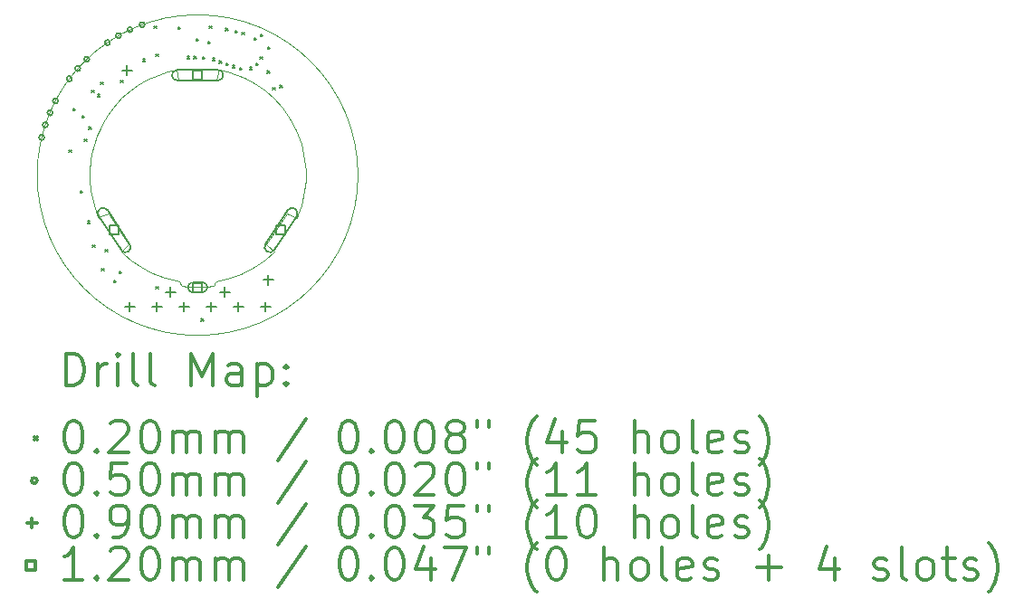
<source format=gbr>
%FSLAX45Y45*%
G04 Gerber Fmt 4.5, Leading zero omitted, Abs format (unit mm)*
G04 Created by KiCad (PCBNEW 0.201503110816+5502~22~ubuntu14.04.1-product) date ថ្ងៃ​អាទិត្យ ថ្ងៃ 29 ខែ មិនា ឆ្នាំ  2015, 13 ម៉ោង m នាទី 20 វិនាទី​*
%MOMM*%
G01*
G04 APERTURE LIST*
%ADD10C,0.127000*%
%ADD11C,0.050000*%
%ADD12C,0.200000*%
%ADD13C,0.300000*%
G04 APERTURE END LIST*
D10*
D11*
X9300000Y-10646000D02*
X9335000Y-10641000D01*
X9064000Y-10641000D02*
X9100000Y-10646000D01*
X9036000Y-10606000D02*
X9037000Y-10610000D01*
X9034000Y-10602000D02*
X9036000Y-10606000D01*
X9030000Y-10598000D02*
X9034000Y-10602000D01*
X9026000Y-10596000D02*
X9030000Y-10598000D01*
X9037000Y-10610000D02*
X9039000Y-10617000D01*
X9060000Y-10640000D02*
X9064000Y-10641000D01*
X9052000Y-10636000D02*
X9060000Y-10640000D01*
X9046000Y-10630000D02*
X9052000Y-10636000D01*
X9042000Y-10624000D02*
X9046000Y-10630000D01*
X9039000Y-10617000D02*
X9042000Y-10624000D01*
X9343000Y-10639000D02*
X9335000Y-10641000D01*
X9351000Y-10634000D02*
X9343000Y-10639000D01*
X9357000Y-10626000D02*
X9351000Y-10634000D01*
X9362000Y-10614000D02*
X9357000Y-10626000D01*
X9378000Y-8707000D02*
X9400000Y-8610000D01*
X9024000Y-8707000D02*
X9378000Y-8707000D01*
X9000000Y-8610000D02*
X9024000Y-8707000D01*
X8368000Y-9957000D02*
X8270000Y-9995000D01*
X8555000Y-10244000D02*
X8368000Y-9957000D01*
X8485000Y-10315000D02*
X8555000Y-10244000D01*
X10033000Y-9957000D02*
X10125000Y-10000000D01*
X9844000Y-10245000D02*
X10033000Y-9957000D01*
X9915000Y-10315000D02*
X9844000Y-10245000D01*
X9375000Y-10596000D02*
X9400000Y-10590000D01*
X9369000Y-10600000D02*
X9375000Y-10596000D01*
X9365000Y-10604000D02*
X9369000Y-10600000D01*
X9362000Y-10612000D02*
X9365000Y-10604000D01*
X9100000Y-10646000D02*
X9300000Y-10646000D01*
X9000000Y-10590000D02*
X9026000Y-10596000D01*
X9915000Y-10315000D02*
X9830000Y-10390000D01*
X10140000Y-9970000D02*
X10125000Y-10000000D01*
X8485000Y-10315000D02*
X8500000Y-10330000D01*
X8260000Y-9970000D02*
X8270000Y-9995000D01*
X9640000Y-8690000D02*
X9570000Y-8660000D01*
X9730000Y-8740000D02*
X9640000Y-8690000D01*
X9830000Y-8810000D02*
X9730000Y-8740000D01*
X9910000Y-8880000D02*
X9830000Y-8810000D01*
X9990000Y-8970000D02*
X9910000Y-8880000D01*
X10060000Y-9070000D02*
X9990000Y-8970000D01*
X10120000Y-9180000D02*
X10060000Y-9070000D01*
X10170000Y-9310000D02*
X10120000Y-9180000D01*
X10200000Y-9450000D02*
X10170000Y-9310000D01*
X10210000Y-9560000D02*
X10200000Y-9450000D01*
X10210000Y-9650000D02*
X10210000Y-9560000D01*
X10200000Y-9750000D02*
X10210000Y-9650000D01*
X10170000Y-9880000D02*
X10200000Y-9750000D01*
X10140000Y-9970000D02*
X10170000Y-9880000D01*
X9730000Y-10460000D02*
X9830000Y-10390000D01*
X9600000Y-10530000D02*
X9730000Y-10460000D01*
X9480000Y-10570000D02*
X9600000Y-10530000D01*
X9400000Y-10590000D02*
X9480000Y-10570000D01*
X8890000Y-10560000D02*
X9000000Y-10590000D01*
X8760000Y-10510000D02*
X8890000Y-10560000D01*
X8670000Y-10460000D02*
X8760000Y-10510000D01*
X8580000Y-10400000D02*
X8670000Y-10460000D01*
X8500000Y-10330000D02*
X8580000Y-10400000D01*
X8220000Y-9850000D02*
X8260000Y-9970000D01*
X8200000Y-9740000D02*
X8220000Y-9850000D01*
X8190000Y-9640000D02*
X8200000Y-9740000D01*
X8190000Y-9560000D02*
X8190000Y-9640000D01*
X8200000Y-9460000D02*
X8190000Y-9560000D01*
X8210000Y-9400000D02*
X8200000Y-9460000D01*
X8230000Y-9320000D02*
X8210000Y-9400000D01*
X8260000Y-9230000D02*
X8230000Y-9320000D01*
X8290000Y-9160000D02*
X8260000Y-9230000D01*
X8310000Y-9120000D02*
X8290000Y-9160000D01*
X8360000Y-9040000D02*
X8310000Y-9120000D01*
X8410000Y-8970000D02*
X8360000Y-9040000D01*
X8490000Y-8880000D02*
X8410000Y-8970000D01*
X8570000Y-8810000D02*
X8490000Y-8880000D01*
X8640000Y-8760000D02*
X8570000Y-8810000D01*
X8720000Y-8710000D02*
X8640000Y-8760000D01*
X8830000Y-8660000D02*
X8720000Y-8710000D01*
X8920000Y-8630000D02*
X8830000Y-8660000D01*
X9000000Y-8610000D02*
X8920000Y-8630000D01*
X9480000Y-8630000D02*
X9400000Y-8610000D01*
X9570000Y-8660000D02*
X9480000Y-8630000D01*
X10700000Y-9600000D02*
G75*
G03X10700000Y-9600000I-1500000J0D01*
G01*
D12*
X7999000Y-9363000D02*
X8019000Y-9383000D01*
X8019000Y-9363000D02*
X7999000Y-9383000D01*
X8034000Y-8977000D02*
X8054000Y-8997000D01*
X8054000Y-8977000D02*
X8034000Y-8997000D01*
X8103000Y-9748000D02*
X8123000Y-9768000D01*
X8123000Y-9748000D02*
X8103000Y-9768000D01*
X8119000Y-9043000D02*
X8139000Y-9063000D01*
X8139000Y-9043000D02*
X8119000Y-9063000D01*
X8141000Y-9263000D02*
X8161000Y-9283000D01*
X8161000Y-9263000D02*
X8141000Y-9283000D01*
X8174000Y-10029000D02*
X8194000Y-10049000D01*
X8194000Y-10029000D02*
X8174000Y-10049000D01*
X8186000Y-9150000D02*
X8206000Y-9170000D01*
X8206000Y-9150000D02*
X8186000Y-9170000D01*
X8211000Y-8809000D02*
X8231000Y-8829000D01*
X8231000Y-8809000D02*
X8211000Y-8829000D01*
X8217000Y-10253000D02*
X8237000Y-10273000D01*
X8237000Y-10253000D02*
X8217000Y-10273000D01*
X8266000Y-8844000D02*
X8286000Y-8864000D01*
X8286000Y-8844000D02*
X8266000Y-8864000D01*
X8295000Y-8729000D02*
X8315000Y-8749000D01*
X8315000Y-8729000D02*
X8295000Y-8749000D01*
X8303479Y-10472355D02*
X8323479Y-10492355D01*
X8323479Y-10472355D02*
X8303479Y-10492355D01*
X8337000Y-10295000D02*
X8357000Y-10315000D01*
X8357000Y-10295000D02*
X8337000Y-10315000D01*
X8415000Y-10587000D02*
X8435000Y-10607000D01*
X8435000Y-10587000D02*
X8415000Y-10607000D01*
X8468000Y-10500000D02*
X8488000Y-10520000D01*
X8488000Y-10500000D02*
X8468000Y-10520000D01*
X8482000Y-8711000D02*
X8502000Y-8731000D01*
X8502000Y-8711000D02*
X8482000Y-8731000D01*
X8688000Y-8515000D02*
X8708000Y-8535000D01*
X8708000Y-8515000D02*
X8688000Y-8535000D01*
X8793000Y-8205000D02*
X8813000Y-8225000D01*
X8813000Y-8205000D02*
X8793000Y-8225000D01*
X8812000Y-8470000D02*
X8832000Y-8490000D01*
X8832000Y-8470000D02*
X8812000Y-8490000D01*
X8812000Y-10646000D02*
X8832000Y-10666000D01*
X8832000Y-10646000D02*
X8812000Y-10666000D01*
X9021000Y-8213000D02*
X9041000Y-8233000D01*
X9041000Y-8213000D02*
X9021000Y-8233000D01*
X9101000Y-8490000D02*
X9121000Y-8510000D01*
X9121000Y-8490000D02*
X9101000Y-8510000D01*
X9167000Y-8490000D02*
X9187000Y-8510000D01*
X9187000Y-8490000D02*
X9167000Y-8510000D01*
X9189000Y-8326000D02*
X9209000Y-8346000D01*
X9209000Y-8326000D02*
X9189000Y-8346000D01*
X9234000Y-10945000D02*
X9254000Y-10965000D01*
X9254000Y-10945000D02*
X9234000Y-10965000D01*
X9245000Y-8492000D02*
X9265000Y-8512000D01*
X9265000Y-8492000D02*
X9245000Y-8512000D01*
X9296000Y-8349000D02*
X9316000Y-8369000D01*
X9316000Y-8349000D02*
X9296000Y-8369000D01*
X9311000Y-8205000D02*
X9331000Y-8225000D01*
X9331000Y-8205000D02*
X9311000Y-8225000D01*
X9340000Y-8505000D02*
X9360000Y-8525000D01*
X9360000Y-8505000D02*
X9340000Y-8525000D01*
X9403000Y-8532000D02*
X9423000Y-8552000D01*
X9423000Y-8532000D02*
X9403000Y-8552000D01*
X9464000Y-8226000D02*
X9484000Y-8246000D01*
X9484000Y-8226000D02*
X9464000Y-8246000D01*
X9465000Y-8553000D02*
X9485000Y-8573000D01*
X9485000Y-8553000D02*
X9465000Y-8573000D01*
X9528000Y-8573000D02*
X9548000Y-8593000D01*
X9548000Y-8573000D02*
X9528000Y-8593000D01*
X9553000Y-8246000D02*
X9573000Y-8266000D01*
X9573000Y-8246000D02*
X9553000Y-8266000D01*
X9592000Y-8597000D02*
X9612000Y-8617000D01*
X9612000Y-8597000D02*
X9592000Y-8617000D01*
X9616000Y-8263000D02*
X9636000Y-8283000D01*
X9636000Y-8263000D02*
X9616000Y-8283000D01*
X9687000Y-8592000D02*
X9707000Y-8612000D01*
X9707000Y-8592000D02*
X9687000Y-8612000D01*
X9731000Y-8317000D02*
X9751000Y-8337000D01*
X9751000Y-8317000D02*
X9731000Y-8337000D01*
X9747000Y-8550000D02*
X9767000Y-8570000D01*
X9767000Y-8550000D02*
X9747000Y-8570000D01*
X9784000Y-8494000D02*
X9804000Y-8514000D01*
X9804000Y-8494000D02*
X9784000Y-8514000D01*
X9789000Y-8280000D02*
X9809000Y-8300000D01*
X9809000Y-8280000D02*
X9789000Y-8300000D01*
X9853000Y-8624000D02*
X9873000Y-8644000D01*
X9873000Y-8624000D02*
X9853000Y-8644000D01*
X9856000Y-8398000D02*
X9876000Y-8418000D01*
X9876000Y-8398000D02*
X9856000Y-8418000D01*
X9902000Y-8783000D02*
X9922000Y-8803000D01*
X9922000Y-8783000D02*
X9902000Y-8803000D01*
X9971000Y-8760000D02*
X9991000Y-8780000D01*
X9991000Y-8760000D02*
X9971000Y-8780000D01*
X7767000Y-9247000D02*
G75*
G03X7767000Y-9247000I-25000J0D01*
G01*
X7801000Y-9130000D02*
G75*
G03X7801000Y-9130000I-25000J0D01*
G01*
X7845000Y-9017000D02*
G75*
G03X7845000Y-9017000I-25000J0D01*
G01*
X7896000Y-8906000D02*
G75*
G03X7896000Y-8906000I-25000J0D01*
G01*
X8026000Y-8698000D02*
G75*
G03X8026000Y-8698000I-25000J0D01*
G01*
X8103000Y-8603000D02*
G75*
G03X8103000Y-8603000I-25000J0D01*
G01*
X8188000Y-8516000D02*
G75*
G03X8188000Y-8516000I-25000J0D01*
G01*
X8382000Y-8360000D02*
G75*
G03X8382000Y-8360000I-25000J0D01*
G01*
X8485000Y-8295000D02*
G75*
G03X8485000Y-8295000I-25000J0D01*
G01*
X8593000Y-8239000D02*
G75*
G03X8593000Y-8239000I-25000J0D01*
G01*
X8706000Y-8193000D02*
G75*
G03X8706000Y-8193000I-25000J0D01*
G01*
X8540000Y-8575000D02*
X8540000Y-8665000D01*
X8495000Y-8620000D02*
X8585000Y-8620000D01*
X8565000Y-10787000D02*
X8565000Y-10877000D01*
X8520000Y-10832000D02*
X8610000Y-10832000D01*
X8819000Y-10787000D02*
X8819000Y-10877000D01*
X8774000Y-10832000D02*
X8864000Y-10832000D01*
X8946000Y-10647000D02*
X8946000Y-10737000D01*
X8901000Y-10692000D02*
X8991000Y-10692000D01*
X9073000Y-10787000D02*
X9073000Y-10877000D01*
X9028000Y-10832000D02*
X9118000Y-10832000D01*
X9327000Y-10787000D02*
X9327000Y-10877000D01*
X9282000Y-10832000D02*
X9372000Y-10832000D01*
X9455000Y-10647000D02*
X9455000Y-10737000D01*
X9410000Y-10692000D02*
X9500000Y-10692000D01*
X9582000Y-10787000D02*
X9582000Y-10877000D01*
X9537000Y-10832000D02*
X9627000Y-10832000D01*
X9835000Y-10787000D02*
X9835000Y-10877000D01*
X9790000Y-10832000D02*
X9880000Y-10832000D01*
X9860000Y-10535000D02*
X9860000Y-10625000D01*
X9815000Y-10580000D02*
X9905000Y-10580000D01*
X8462427Y-10157427D02*
X8462427Y-10072573D01*
X8377573Y-10072573D01*
X8377573Y-10157427D01*
X8462427Y-10157427D01*
X8566105Y-10246352D02*
X8357476Y-9928746D01*
X8482524Y-10301255D02*
X8273895Y-9983648D01*
X8357476Y-9928746D02*
G75*
G03X8273895Y-9983648I-41790J-27451D01*
G01*
X8482524Y-10301255D02*
G75*
G03X8566105Y-10246352I41790J27451D01*
G01*
X9242427Y-8707427D02*
X9242427Y-8622573D01*
X9157573Y-8622573D01*
X9157573Y-8707427D01*
X9242427Y-8707427D01*
X9010000Y-8715000D02*
X9390000Y-8715000D01*
X9010000Y-8615000D02*
X9390000Y-8615000D01*
X9390000Y-8715000D02*
G75*
G03X9390000Y-8615000I0J50000D01*
G01*
X9010000Y-8615000D02*
G75*
G03X9010000Y-8715000I0J-50000D01*
G01*
X9242427Y-10692427D02*
X9242427Y-10607573D01*
X9157573Y-10607573D01*
X9157573Y-10692427D01*
X9242427Y-10692427D01*
X9160000Y-10700000D02*
X9240000Y-10700000D01*
X9160000Y-10600000D02*
X9240000Y-10600000D01*
X9240000Y-10700000D02*
G75*
G03X9240000Y-10600000I0J50000D01*
G01*
X9160000Y-10600000D02*
G75*
G03X9160000Y-10700000I0J-50000D01*
G01*
X10022427Y-10157427D02*
X10022427Y-10072573D01*
X9937573Y-10072573D01*
X9937573Y-10157427D01*
X10022427Y-10157427D01*
X10042849Y-9928855D02*
X9833666Y-10246097D01*
X10126334Y-9983903D02*
X9917151Y-10301145D01*
X9833666Y-10246097D02*
G75*
G03X9917151Y-10301145I41742J-27524D01*
G01*
X10126334Y-9983903D02*
G75*
G03X10042849Y-9928855I-41742J27524D01*
G01*
D13*
X7968928Y-11568214D02*
X7968928Y-11268214D01*
X8040357Y-11268214D01*
X8083214Y-11282500D01*
X8111786Y-11311071D01*
X8126071Y-11339643D01*
X8140357Y-11396786D01*
X8140357Y-11439643D01*
X8126071Y-11496786D01*
X8111786Y-11525357D01*
X8083214Y-11553929D01*
X8040357Y-11568214D01*
X7968928Y-11568214D01*
X8268928Y-11568214D02*
X8268928Y-11368214D01*
X8268928Y-11425357D02*
X8283214Y-11396786D01*
X8297500Y-11382500D01*
X8326071Y-11368214D01*
X8354643Y-11368214D01*
X8454643Y-11568214D02*
X8454643Y-11368214D01*
X8454643Y-11268214D02*
X8440357Y-11282500D01*
X8454643Y-11296786D01*
X8468929Y-11282500D01*
X8454643Y-11268214D01*
X8454643Y-11296786D01*
X8640357Y-11568214D02*
X8611786Y-11553929D01*
X8597500Y-11525357D01*
X8597500Y-11268214D01*
X8797500Y-11568214D02*
X8768929Y-11553929D01*
X8754643Y-11525357D01*
X8754643Y-11268214D01*
X9140357Y-11568214D02*
X9140357Y-11268214D01*
X9240357Y-11482500D01*
X9340357Y-11268214D01*
X9340357Y-11568214D01*
X9611786Y-11568214D02*
X9611786Y-11411071D01*
X9597500Y-11382500D01*
X9568929Y-11368214D01*
X9511786Y-11368214D01*
X9483214Y-11382500D01*
X9611786Y-11553929D02*
X9583214Y-11568214D01*
X9511786Y-11568214D01*
X9483214Y-11553929D01*
X9468929Y-11525357D01*
X9468929Y-11496786D01*
X9483214Y-11468214D01*
X9511786Y-11453929D01*
X9583214Y-11453929D01*
X9611786Y-11439643D01*
X9754643Y-11368214D02*
X9754643Y-11668214D01*
X9754643Y-11382500D02*
X9783214Y-11368214D01*
X9840357Y-11368214D01*
X9868929Y-11382500D01*
X9883214Y-11396786D01*
X9897500Y-11425357D01*
X9897500Y-11511071D01*
X9883214Y-11539643D01*
X9868929Y-11553929D01*
X9840357Y-11568214D01*
X9783214Y-11568214D01*
X9754643Y-11553929D01*
X10026071Y-11539643D02*
X10040357Y-11553929D01*
X10026071Y-11568214D01*
X10011786Y-11553929D01*
X10026071Y-11539643D01*
X10026071Y-11568214D01*
X10026071Y-11382500D02*
X10040357Y-11396786D01*
X10026071Y-11411071D01*
X10011786Y-11396786D01*
X10026071Y-11382500D01*
X10026071Y-11411071D01*
X7677500Y-12052500D02*
X7697500Y-12072500D01*
X7697500Y-12052500D02*
X7677500Y-12072500D01*
X8026071Y-11898214D02*
X8054643Y-11898214D01*
X8083214Y-11912500D01*
X8097500Y-11926786D01*
X8111786Y-11955357D01*
X8126071Y-12012500D01*
X8126071Y-12083929D01*
X8111786Y-12141071D01*
X8097500Y-12169643D01*
X8083214Y-12183929D01*
X8054643Y-12198214D01*
X8026071Y-12198214D01*
X7997500Y-12183929D01*
X7983214Y-12169643D01*
X7968928Y-12141071D01*
X7954643Y-12083929D01*
X7954643Y-12012500D01*
X7968928Y-11955357D01*
X7983214Y-11926786D01*
X7997500Y-11912500D01*
X8026071Y-11898214D01*
X8254643Y-12169643D02*
X8268928Y-12183929D01*
X8254643Y-12198214D01*
X8240357Y-12183929D01*
X8254643Y-12169643D01*
X8254643Y-12198214D01*
X8383214Y-11926786D02*
X8397500Y-11912500D01*
X8426071Y-11898214D01*
X8497500Y-11898214D01*
X8526071Y-11912500D01*
X8540357Y-11926786D01*
X8554643Y-11955357D01*
X8554643Y-11983929D01*
X8540357Y-12026786D01*
X8368928Y-12198214D01*
X8554643Y-12198214D01*
X8740357Y-11898214D02*
X8768929Y-11898214D01*
X8797500Y-11912500D01*
X8811786Y-11926786D01*
X8826071Y-11955357D01*
X8840357Y-12012500D01*
X8840357Y-12083929D01*
X8826071Y-12141071D01*
X8811786Y-12169643D01*
X8797500Y-12183929D01*
X8768929Y-12198214D01*
X8740357Y-12198214D01*
X8711786Y-12183929D01*
X8697500Y-12169643D01*
X8683214Y-12141071D01*
X8668929Y-12083929D01*
X8668929Y-12012500D01*
X8683214Y-11955357D01*
X8697500Y-11926786D01*
X8711786Y-11912500D01*
X8740357Y-11898214D01*
X8968929Y-12198214D02*
X8968929Y-11998214D01*
X8968929Y-12026786D02*
X8983214Y-12012500D01*
X9011786Y-11998214D01*
X9054643Y-11998214D01*
X9083214Y-12012500D01*
X9097500Y-12041071D01*
X9097500Y-12198214D01*
X9097500Y-12041071D02*
X9111786Y-12012500D01*
X9140357Y-11998214D01*
X9183214Y-11998214D01*
X9211786Y-12012500D01*
X9226071Y-12041071D01*
X9226071Y-12198214D01*
X9368929Y-12198214D02*
X9368929Y-11998214D01*
X9368929Y-12026786D02*
X9383214Y-12012500D01*
X9411786Y-11998214D01*
X9454643Y-11998214D01*
X9483214Y-12012500D01*
X9497500Y-12041071D01*
X9497500Y-12198214D01*
X9497500Y-12041071D02*
X9511786Y-12012500D01*
X9540357Y-11998214D01*
X9583214Y-11998214D01*
X9611786Y-12012500D01*
X9626071Y-12041071D01*
X9626071Y-12198214D01*
X10211786Y-11883929D02*
X9954643Y-12269643D01*
X10597500Y-11898214D02*
X10626071Y-11898214D01*
X10654643Y-11912500D01*
X10668928Y-11926786D01*
X10683214Y-11955357D01*
X10697500Y-12012500D01*
X10697500Y-12083929D01*
X10683214Y-12141071D01*
X10668928Y-12169643D01*
X10654643Y-12183929D01*
X10626071Y-12198214D01*
X10597500Y-12198214D01*
X10568928Y-12183929D01*
X10554643Y-12169643D01*
X10540357Y-12141071D01*
X10526071Y-12083929D01*
X10526071Y-12012500D01*
X10540357Y-11955357D01*
X10554643Y-11926786D01*
X10568928Y-11912500D01*
X10597500Y-11898214D01*
X10826071Y-12169643D02*
X10840357Y-12183929D01*
X10826071Y-12198214D01*
X10811786Y-12183929D01*
X10826071Y-12169643D01*
X10826071Y-12198214D01*
X11026071Y-11898214D02*
X11054643Y-11898214D01*
X11083214Y-11912500D01*
X11097500Y-11926786D01*
X11111786Y-11955357D01*
X11126071Y-12012500D01*
X11126071Y-12083929D01*
X11111786Y-12141071D01*
X11097500Y-12169643D01*
X11083214Y-12183929D01*
X11054643Y-12198214D01*
X11026071Y-12198214D01*
X10997500Y-12183929D01*
X10983214Y-12169643D01*
X10968928Y-12141071D01*
X10954643Y-12083929D01*
X10954643Y-12012500D01*
X10968928Y-11955357D01*
X10983214Y-11926786D01*
X10997500Y-11912500D01*
X11026071Y-11898214D01*
X11311785Y-11898214D02*
X11340357Y-11898214D01*
X11368928Y-11912500D01*
X11383214Y-11926786D01*
X11397500Y-11955357D01*
X11411785Y-12012500D01*
X11411785Y-12083929D01*
X11397500Y-12141071D01*
X11383214Y-12169643D01*
X11368928Y-12183929D01*
X11340357Y-12198214D01*
X11311785Y-12198214D01*
X11283214Y-12183929D01*
X11268928Y-12169643D01*
X11254643Y-12141071D01*
X11240357Y-12083929D01*
X11240357Y-12012500D01*
X11254643Y-11955357D01*
X11268928Y-11926786D01*
X11283214Y-11912500D01*
X11311785Y-11898214D01*
X11583214Y-12026786D02*
X11554643Y-12012500D01*
X11540357Y-11998214D01*
X11526071Y-11969643D01*
X11526071Y-11955357D01*
X11540357Y-11926786D01*
X11554643Y-11912500D01*
X11583214Y-11898214D01*
X11640357Y-11898214D01*
X11668928Y-11912500D01*
X11683214Y-11926786D01*
X11697500Y-11955357D01*
X11697500Y-11969643D01*
X11683214Y-11998214D01*
X11668928Y-12012500D01*
X11640357Y-12026786D01*
X11583214Y-12026786D01*
X11554643Y-12041071D01*
X11540357Y-12055357D01*
X11526071Y-12083929D01*
X11526071Y-12141071D01*
X11540357Y-12169643D01*
X11554643Y-12183929D01*
X11583214Y-12198214D01*
X11640357Y-12198214D01*
X11668928Y-12183929D01*
X11683214Y-12169643D01*
X11697500Y-12141071D01*
X11697500Y-12083929D01*
X11683214Y-12055357D01*
X11668928Y-12041071D01*
X11640357Y-12026786D01*
X11811786Y-11898214D02*
X11811786Y-11955357D01*
X11926071Y-11898214D02*
X11926071Y-11955357D01*
X12368928Y-12312500D02*
X12354643Y-12298214D01*
X12326071Y-12255357D01*
X12311785Y-12226786D01*
X12297500Y-12183929D01*
X12283214Y-12112500D01*
X12283214Y-12055357D01*
X12297500Y-11983929D01*
X12311785Y-11941071D01*
X12326071Y-11912500D01*
X12354643Y-11869643D01*
X12368928Y-11855357D01*
X12611785Y-11998214D02*
X12611785Y-12198214D01*
X12540357Y-11883929D02*
X12468928Y-12098214D01*
X12654643Y-12098214D01*
X12911785Y-11898214D02*
X12768928Y-11898214D01*
X12754643Y-12041071D01*
X12768928Y-12026786D01*
X12797500Y-12012500D01*
X12868928Y-12012500D01*
X12897500Y-12026786D01*
X12911785Y-12041071D01*
X12926071Y-12069643D01*
X12926071Y-12141071D01*
X12911785Y-12169643D01*
X12897500Y-12183929D01*
X12868928Y-12198214D01*
X12797500Y-12198214D01*
X12768928Y-12183929D01*
X12754643Y-12169643D01*
X13283214Y-12198214D02*
X13283214Y-11898214D01*
X13411785Y-12198214D02*
X13411785Y-12041071D01*
X13397500Y-12012500D01*
X13368928Y-11998214D01*
X13326071Y-11998214D01*
X13297500Y-12012500D01*
X13283214Y-12026786D01*
X13597500Y-12198214D02*
X13568928Y-12183929D01*
X13554643Y-12169643D01*
X13540357Y-12141071D01*
X13540357Y-12055357D01*
X13554643Y-12026786D01*
X13568928Y-12012500D01*
X13597500Y-11998214D01*
X13640357Y-11998214D01*
X13668928Y-12012500D01*
X13683214Y-12026786D01*
X13697500Y-12055357D01*
X13697500Y-12141071D01*
X13683214Y-12169643D01*
X13668928Y-12183929D01*
X13640357Y-12198214D01*
X13597500Y-12198214D01*
X13868928Y-12198214D02*
X13840357Y-12183929D01*
X13826071Y-12155357D01*
X13826071Y-11898214D01*
X14097500Y-12183929D02*
X14068928Y-12198214D01*
X14011786Y-12198214D01*
X13983214Y-12183929D01*
X13968928Y-12155357D01*
X13968928Y-12041071D01*
X13983214Y-12012500D01*
X14011786Y-11998214D01*
X14068928Y-11998214D01*
X14097500Y-12012500D01*
X14111786Y-12041071D01*
X14111786Y-12069643D01*
X13968928Y-12098214D01*
X14226071Y-12183929D02*
X14254643Y-12198214D01*
X14311786Y-12198214D01*
X14340357Y-12183929D01*
X14354643Y-12155357D01*
X14354643Y-12141071D01*
X14340357Y-12112500D01*
X14311786Y-12098214D01*
X14268928Y-12098214D01*
X14240357Y-12083929D01*
X14226071Y-12055357D01*
X14226071Y-12041071D01*
X14240357Y-12012500D01*
X14268928Y-11998214D01*
X14311786Y-11998214D01*
X14340357Y-12012500D01*
X14454643Y-12312500D02*
X14468928Y-12298214D01*
X14497500Y-12255357D01*
X14511786Y-12226786D01*
X14526071Y-12183929D01*
X14540357Y-12112500D01*
X14540357Y-12055357D01*
X14526071Y-11983929D01*
X14511786Y-11941071D01*
X14497500Y-11912500D01*
X14468928Y-11869643D01*
X14454643Y-11855357D01*
X7697500Y-12458500D02*
G75*
G03X7697500Y-12458500I-25000J0D01*
G01*
X8026071Y-12294214D02*
X8054643Y-12294214D01*
X8083214Y-12308500D01*
X8097500Y-12322786D01*
X8111786Y-12351357D01*
X8126071Y-12408500D01*
X8126071Y-12479929D01*
X8111786Y-12537071D01*
X8097500Y-12565643D01*
X8083214Y-12579929D01*
X8054643Y-12594214D01*
X8026071Y-12594214D01*
X7997500Y-12579929D01*
X7983214Y-12565643D01*
X7968928Y-12537071D01*
X7954643Y-12479929D01*
X7954643Y-12408500D01*
X7968928Y-12351357D01*
X7983214Y-12322786D01*
X7997500Y-12308500D01*
X8026071Y-12294214D01*
X8254643Y-12565643D02*
X8268928Y-12579929D01*
X8254643Y-12594214D01*
X8240357Y-12579929D01*
X8254643Y-12565643D01*
X8254643Y-12594214D01*
X8540357Y-12294214D02*
X8397500Y-12294214D01*
X8383214Y-12437071D01*
X8397500Y-12422786D01*
X8426071Y-12408500D01*
X8497500Y-12408500D01*
X8526071Y-12422786D01*
X8540357Y-12437071D01*
X8554643Y-12465643D01*
X8554643Y-12537071D01*
X8540357Y-12565643D01*
X8526071Y-12579929D01*
X8497500Y-12594214D01*
X8426071Y-12594214D01*
X8397500Y-12579929D01*
X8383214Y-12565643D01*
X8740357Y-12294214D02*
X8768929Y-12294214D01*
X8797500Y-12308500D01*
X8811786Y-12322786D01*
X8826071Y-12351357D01*
X8840357Y-12408500D01*
X8840357Y-12479929D01*
X8826071Y-12537071D01*
X8811786Y-12565643D01*
X8797500Y-12579929D01*
X8768929Y-12594214D01*
X8740357Y-12594214D01*
X8711786Y-12579929D01*
X8697500Y-12565643D01*
X8683214Y-12537071D01*
X8668929Y-12479929D01*
X8668929Y-12408500D01*
X8683214Y-12351357D01*
X8697500Y-12322786D01*
X8711786Y-12308500D01*
X8740357Y-12294214D01*
X8968929Y-12594214D02*
X8968929Y-12394214D01*
X8968929Y-12422786D02*
X8983214Y-12408500D01*
X9011786Y-12394214D01*
X9054643Y-12394214D01*
X9083214Y-12408500D01*
X9097500Y-12437071D01*
X9097500Y-12594214D01*
X9097500Y-12437071D02*
X9111786Y-12408500D01*
X9140357Y-12394214D01*
X9183214Y-12394214D01*
X9211786Y-12408500D01*
X9226071Y-12437071D01*
X9226071Y-12594214D01*
X9368929Y-12594214D02*
X9368929Y-12394214D01*
X9368929Y-12422786D02*
X9383214Y-12408500D01*
X9411786Y-12394214D01*
X9454643Y-12394214D01*
X9483214Y-12408500D01*
X9497500Y-12437071D01*
X9497500Y-12594214D01*
X9497500Y-12437071D02*
X9511786Y-12408500D01*
X9540357Y-12394214D01*
X9583214Y-12394214D01*
X9611786Y-12408500D01*
X9626071Y-12437071D01*
X9626071Y-12594214D01*
X10211786Y-12279929D02*
X9954643Y-12665643D01*
X10597500Y-12294214D02*
X10626071Y-12294214D01*
X10654643Y-12308500D01*
X10668928Y-12322786D01*
X10683214Y-12351357D01*
X10697500Y-12408500D01*
X10697500Y-12479929D01*
X10683214Y-12537071D01*
X10668928Y-12565643D01*
X10654643Y-12579929D01*
X10626071Y-12594214D01*
X10597500Y-12594214D01*
X10568928Y-12579929D01*
X10554643Y-12565643D01*
X10540357Y-12537071D01*
X10526071Y-12479929D01*
X10526071Y-12408500D01*
X10540357Y-12351357D01*
X10554643Y-12322786D01*
X10568928Y-12308500D01*
X10597500Y-12294214D01*
X10826071Y-12565643D02*
X10840357Y-12579929D01*
X10826071Y-12594214D01*
X10811786Y-12579929D01*
X10826071Y-12565643D01*
X10826071Y-12594214D01*
X11026071Y-12294214D02*
X11054643Y-12294214D01*
X11083214Y-12308500D01*
X11097500Y-12322786D01*
X11111786Y-12351357D01*
X11126071Y-12408500D01*
X11126071Y-12479929D01*
X11111786Y-12537071D01*
X11097500Y-12565643D01*
X11083214Y-12579929D01*
X11054643Y-12594214D01*
X11026071Y-12594214D01*
X10997500Y-12579929D01*
X10983214Y-12565643D01*
X10968928Y-12537071D01*
X10954643Y-12479929D01*
X10954643Y-12408500D01*
X10968928Y-12351357D01*
X10983214Y-12322786D01*
X10997500Y-12308500D01*
X11026071Y-12294214D01*
X11240357Y-12322786D02*
X11254643Y-12308500D01*
X11283214Y-12294214D01*
X11354643Y-12294214D01*
X11383214Y-12308500D01*
X11397500Y-12322786D01*
X11411785Y-12351357D01*
X11411785Y-12379929D01*
X11397500Y-12422786D01*
X11226071Y-12594214D01*
X11411785Y-12594214D01*
X11597500Y-12294214D02*
X11626071Y-12294214D01*
X11654643Y-12308500D01*
X11668928Y-12322786D01*
X11683214Y-12351357D01*
X11697500Y-12408500D01*
X11697500Y-12479929D01*
X11683214Y-12537071D01*
X11668928Y-12565643D01*
X11654643Y-12579929D01*
X11626071Y-12594214D01*
X11597500Y-12594214D01*
X11568928Y-12579929D01*
X11554643Y-12565643D01*
X11540357Y-12537071D01*
X11526071Y-12479929D01*
X11526071Y-12408500D01*
X11540357Y-12351357D01*
X11554643Y-12322786D01*
X11568928Y-12308500D01*
X11597500Y-12294214D01*
X11811786Y-12294214D02*
X11811786Y-12351357D01*
X11926071Y-12294214D02*
X11926071Y-12351357D01*
X12368928Y-12708500D02*
X12354643Y-12694214D01*
X12326071Y-12651357D01*
X12311785Y-12622786D01*
X12297500Y-12579929D01*
X12283214Y-12508500D01*
X12283214Y-12451357D01*
X12297500Y-12379929D01*
X12311785Y-12337071D01*
X12326071Y-12308500D01*
X12354643Y-12265643D01*
X12368928Y-12251357D01*
X12640357Y-12594214D02*
X12468928Y-12594214D01*
X12554643Y-12594214D02*
X12554643Y-12294214D01*
X12526071Y-12337071D01*
X12497500Y-12365643D01*
X12468928Y-12379929D01*
X12926071Y-12594214D02*
X12754643Y-12594214D01*
X12840357Y-12594214D02*
X12840357Y-12294214D01*
X12811785Y-12337071D01*
X12783214Y-12365643D01*
X12754643Y-12379929D01*
X13283214Y-12594214D02*
X13283214Y-12294214D01*
X13411785Y-12594214D02*
X13411785Y-12437071D01*
X13397500Y-12408500D01*
X13368928Y-12394214D01*
X13326071Y-12394214D01*
X13297500Y-12408500D01*
X13283214Y-12422786D01*
X13597500Y-12594214D02*
X13568928Y-12579929D01*
X13554643Y-12565643D01*
X13540357Y-12537071D01*
X13540357Y-12451357D01*
X13554643Y-12422786D01*
X13568928Y-12408500D01*
X13597500Y-12394214D01*
X13640357Y-12394214D01*
X13668928Y-12408500D01*
X13683214Y-12422786D01*
X13697500Y-12451357D01*
X13697500Y-12537071D01*
X13683214Y-12565643D01*
X13668928Y-12579929D01*
X13640357Y-12594214D01*
X13597500Y-12594214D01*
X13868928Y-12594214D02*
X13840357Y-12579929D01*
X13826071Y-12551357D01*
X13826071Y-12294214D01*
X14097500Y-12579929D02*
X14068928Y-12594214D01*
X14011786Y-12594214D01*
X13983214Y-12579929D01*
X13968928Y-12551357D01*
X13968928Y-12437071D01*
X13983214Y-12408500D01*
X14011786Y-12394214D01*
X14068928Y-12394214D01*
X14097500Y-12408500D01*
X14111786Y-12437071D01*
X14111786Y-12465643D01*
X13968928Y-12494214D01*
X14226071Y-12579929D02*
X14254643Y-12594214D01*
X14311786Y-12594214D01*
X14340357Y-12579929D01*
X14354643Y-12551357D01*
X14354643Y-12537071D01*
X14340357Y-12508500D01*
X14311786Y-12494214D01*
X14268928Y-12494214D01*
X14240357Y-12479929D01*
X14226071Y-12451357D01*
X14226071Y-12437071D01*
X14240357Y-12408500D01*
X14268928Y-12394214D01*
X14311786Y-12394214D01*
X14340357Y-12408500D01*
X14454643Y-12708500D02*
X14468928Y-12694214D01*
X14497500Y-12651357D01*
X14511786Y-12622786D01*
X14526071Y-12579929D01*
X14540357Y-12508500D01*
X14540357Y-12451357D01*
X14526071Y-12379929D01*
X14511786Y-12337071D01*
X14497500Y-12308500D01*
X14468928Y-12265643D01*
X14454643Y-12251357D01*
X7652500Y-12809500D02*
X7652500Y-12899500D01*
X7607500Y-12854500D02*
X7697500Y-12854500D01*
X8026071Y-12690214D02*
X8054643Y-12690214D01*
X8083214Y-12704500D01*
X8097500Y-12718786D01*
X8111786Y-12747357D01*
X8126071Y-12804500D01*
X8126071Y-12875929D01*
X8111786Y-12933071D01*
X8097500Y-12961643D01*
X8083214Y-12975929D01*
X8054643Y-12990214D01*
X8026071Y-12990214D01*
X7997500Y-12975929D01*
X7983214Y-12961643D01*
X7968928Y-12933071D01*
X7954643Y-12875929D01*
X7954643Y-12804500D01*
X7968928Y-12747357D01*
X7983214Y-12718786D01*
X7997500Y-12704500D01*
X8026071Y-12690214D01*
X8254643Y-12961643D02*
X8268928Y-12975929D01*
X8254643Y-12990214D01*
X8240357Y-12975929D01*
X8254643Y-12961643D01*
X8254643Y-12990214D01*
X8411786Y-12990214D02*
X8468928Y-12990214D01*
X8497500Y-12975929D01*
X8511786Y-12961643D01*
X8540357Y-12918786D01*
X8554643Y-12861643D01*
X8554643Y-12747357D01*
X8540357Y-12718786D01*
X8526071Y-12704500D01*
X8497500Y-12690214D01*
X8440357Y-12690214D01*
X8411786Y-12704500D01*
X8397500Y-12718786D01*
X8383214Y-12747357D01*
X8383214Y-12818786D01*
X8397500Y-12847357D01*
X8411786Y-12861643D01*
X8440357Y-12875929D01*
X8497500Y-12875929D01*
X8526071Y-12861643D01*
X8540357Y-12847357D01*
X8554643Y-12818786D01*
X8740357Y-12690214D02*
X8768929Y-12690214D01*
X8797500Y-12704500D01*
X8811786Y-12718786D01*
X8826071Y-12747357D01*
X8840357Y-12804500D01*
X8840357Y-12875929D01*
X8826071Y-12933071D01*
X8811786Y-12961643D01*
X8797500Y-12975929D01*
X8768929Y-12990214D01*
X8740357Y-12990214D01*
X8711786Y-12975929D01*
X8697500Y-12961643D01*
X8683214Y-12933071D01*
X8668929Y-12875929D01*
X8668929Y-12804500D01*
X8683214Y-12747357D01*
X8697500Y-12718786D01*
X8711786Y-12704500D01*
X8740357Y-12690214D01*
X8968929Y-12990214D02*
X8968929Y-12790214D01*
X8968929Y-12818786D02*
X8983214Y-12804500D01*
X9011786Y-12790214D01*
X9054643Y-12790214D01*
X9083214Y-12804500D01*
X9097500Y-12833071D01*
X9097500Y-12990214D01*
X9097500Y-12833071D02*
X9111786Y-12804500D01*
X9140357Y-12790214D01*
X9183214Y-12790214D01*
X9211786Y-12804500D01*
X9226071Y-12833071D01*
X9226071Y-12990214D01*
X9368929Y-12990214D02*
X9368929Y-12790214D01*
X9368929Y-12818786D02*
X9383214Y-12804500D01*
X9411786Y-12790214D01*
X9454643Y-12790214D01*
X9483214Y-12804500D01*
X9497500Y-12833071D01*
X9497500Y-12990214D01*
X9497500Y-12833071D02*
X9511786Y-12804500D01*
X9540357Y-12790214D01*
X9583214Y-12790214D01*
X9611786Y-12804500D01*
X9626071Y-12833071D01*
X9626071Y-12990214D01*
X10211786Y-12675929D02*
X9954643Y-13061643D01*
X10597500Y-12690214D02*
X10626071Y-12690214D01*
X10654643Y-12704500D01*
X10668928Y-12718786D01*
X10683214Y-12747357D01*
X10697500Y-12804500D01*
X10697500Y-12875929D01*
X10683214Y-12933071D01*
X10668928Y-12961643D01*
X10654643Y-12975929D01*
X10626071Y-12990214D01*
X10597500Y-12990214D01*
X10568928Y-12975929D01*
X10554643Y-12961643D01*
X10540357Y-12933071D01*
X10526071Y-12875929D01*
X10526071Y-12804500D01*
X10540357Y-12747357D01*
X10554643Y-12718786D01*
X10568928Y-12704500D01*
X10597500Y-12690214D01*
X10826071Y-12961643D02*
X10840357Y-12975929D01*
X10826071Y-12990214D01*
X10811786Y-12975929D01*
X10826071Y-12961643D01*
X10826071Y-12990214D01*
X11026071Y-12690214D02*
X11054643Y-12690214D01*
X11083214Y-12704500D01*
X11097500Y-12718786D01*
X11111786Y-12747357D01*
X11126071Y-12804500D01*
X11126071Y-12875929D01*
X11111786Y-12933071D01*
X11097500Y-12961643D01*
X11083214Y-12975929D01*
X11054643Y-12990214D01*
X11026071Y-12990214D01*
X10997500Y-12975929D01*
X10983214Y-12961643D01*
X10968928Y-12933071D01*
X10954643Y-12875929D01*
X10954643Y-12804500D01*
X10968928Y-12747357D01*
X10983214Y-12718786D01*
X10997500Y-12704500D01*
X11026071Y-12690214D01*
X11226071Y-12690214D02*
X11411785Y-12690214D01*
X11311785Y-12804500D01*
X11354643Y-12804500D01*
X11383214Y-12818786D01*
X11397500Y-12833071D01*
X11411785Y-12861643D01*
X11411785Y-12933071D01*
X11397500Y-12961643D01*
X11383214Y-12975929D01*
X11354643Y-12990214D01*
X11268928Y-12990214D01*
X11240357Y-12975929D01*
X11226071Y-12961643D01*
X11683214Y-12690214D02*
X11540357Y-12690214D01*
X11526071Y-12833071D01*
X11540357Y-12818786D01*
X11568928Y-12804500D01*
X11640357Y-12804500D01*
X11668928Y-12818786D01*
X11683214Y-12833071D01*
X11697500Y-12861643D01*
X11697500Y-12933071D01*
X11683214Y-12961643D01*
X11668928Y-12975929D01*
X11640357Y-12990214D01*
X11568928Y-12990214D01*
X11540357Y-12975929D01*
X11526071Y-12961643D01*
X11811786Y-12690214D02*
X11811786Y-12747357D01*
X11926071Y-12690214D02*
X11926071Y-12747357D01*
X12368928Y-13104500D02*
X12354643Y-13090214D01*
X12326071Y-13047357D01*
X12311785Y-13018786D01*
X12297500Y-12975929D01*
X12283214Y-12904500D01*
X12283214Y-12847357D01*
X12297500Y-12775929D01*
X12311785Y-12733071D01*
X12326071Y-12704500D01*
X12354643Y-12661643D01*
X12368928Y-12647357D01*
X12640357Y-12990214D02*
X12468928Y-12990214D01*
X12554643Y-12990214D02*
X12554643Y-12690214D01*
X12526071Y-12733071D01*
X12497500Y-12761643D01*
X12468928Y-12775929D01*
X12826071Y-12690214D02*
X12854643Y-12690214D01*
X12883214Y-12704500D01*
X12897500Y-12718786D01*
X12911785Y-12747357D01*
X12926071Y-12804500D01*
X12926071Y-12875929D01*
X12911785Y-12933071D01*
X12897500Y-12961643D01*
X12883214Y-12975929D01*
X12854643Y-12990214D01*
X12826071Y-12990214D01*
X12797500Y-12975929D01*
X12783214Y-12961643D01*
X12768928Y-12933071D01*
X12754643Y-12875929D01*
X12754643Y-12804500D01*
X12768928Y-12747357D01*
X12783214Y-12718786D01*
X12797500Y-12704500D01*
X12826071Y-12690214D01*
X13283214Y-12990214D02*
X13283214Y-12690214D01*
X13411785Y-12990214D02*
X13411785Y-12833071D01*
X13397500Y-12804500D01*
X13368928Y-12790214D01*
X13326071Y-12790214D01*
X13297500Y-12804500D01*
X13283214Y-12818786D01*
X13597500Y-12990214D02*
X13568928Y-12975929D01*
X13554643Y-12961643D01*
X13540357Y-12933071D01*
X13540357Y-12847357D01*
X13554643Y-12818786D01*
X13568928Y-12804500D01*
X13597500Y-12790214D01*
X13640357Y-12790214D01*
X13668928Y-12804500D01*
X13683214Y-12818786D01*
X13697500Y-12847357D01*
X13697500Y-12933071D01*
X13683214Y-12961643D01*
X13668928Y-12975929D01*
X13640357Y-12990214D01*
X13597500Y-12990214D01*
X13868928Y-12990214D02*
X13840357Y-12975929D01*
X13826071Y-12947357D01*
X13826071Y-12690214D01*
X14097500Y-12975929D02*
X14068928Y-12990214D01*
X14011786Y-12990214D01*
X13983214Y-12975929D01*
X13968928Y-12947357D01*
X13968928Y-12833071D01*
X13983214Y-12804500D01*
X14011786Y-12790214D01*
X14068928Y-12790214D01*
X14097500Y-12804500D01*
X14111786Y-12833071D01*
X14111786Y-12861643D01*
X13968928Y-12890214D01*
X14226071Y-12975929D02*
X14254643Y-12990214D01*
X14311786Y-12990214D01*
X14340357Y-12975929D01*
X14354643Y-12947357D01*
X14354643Y-12933071D01*
X14340357Y-12904500D01*
X14311786Y-12890214D01*
X14268928Y-12890214D01*
X14240357Y-12875929D01*
X14226071Y-12847357D01*
X14226071Y-12833071D01*
X14240357Y-12804500D01*
X14268928Y-12790214D01*
X14311786Y-12790214D01*
X14340357Y-12804500D01*
X14454643Y-13104500D02*
X14468928Y-13090214D01*
X14497500Y-13047357D01*
X14511786Y-13018786D01*
X14526071Y-12975929D01*
X14540357Y-12904500D01*
X14540357Y-12847357D01*
X14526071Y-12775929D01*
X14511786Y-12733071D01*
X14497500Y-12704500D01*
X14468928Y-12661643D01*
X14454643Y-12647357D01*
X7679927Y-13292927D02*
X7679927Y-13208073D01*
X7595073Y-13208073D01*
X7595073Y-13292927D01*
X7679927Y-13292927D01*
X8126071Y-13386214D02*
X7954643Y-13386214D01*
X8040357Y-13386214D02*
X8040357Y-13086214D01*
X8011786Y-13129071D01*
X7983214Y-13157643D01*
X7954643Y-13171929D01*
X8254643Y-13357643D02*
X8268928Y-13371929D01*
X8254643Y-13386214D01*
X8240357Y-13371929D01*
X8254643Y-13357643D01*
X8254643Y-13386214D01*
X8383214Y-13114786D02*
X8397500Y-13100500D01*
X8426071Y-13086214D01*
X8497500Y-13086214D01*
X8526071Y-13100500D01*
X8540357Y-13114786D01*
X8554643Y-13143357D01*
X8554643Y-13171929D01*
X8540357Y-13214786D01*
X8368928Y-13386214D01*
X8554643Y-13386214D01*
X8740357Y-13086214D02*
X8768929Y-13086214D01*
X8797500Y-13100500D01*
X8811786Y-13114786D01*
X8826071Y-13143357D01*
X8840357Y-13200500D01*
X8840357Y-13271929D01*
X8826071Y-13329071D01*
X8811786Y-13357643D01*
X8797500Y-13371929D01*
X8768929Y-13386214D01*
X8740357Y-13386214D01*
X8711786Y-13371929D01*
X8697500Y-13357643D01*
X8683214Y-13329071D01*
X8668929Y-13271929D01*
X8668929Y-13200500D01*
X8683214Y-13143357D01*
X8697500Y-13114786D01*
X8711786Y-13100500D01*
X8740357Y-13086214D01*
X8968929Y-13386214D02*
X8968929Y-13186214D01*
X8968929Y-13214786D02*
X8983214Y-13200500D01*
X9011786Y-13186214D01*
X9054643Y-13186214D01*
X9083214Y-13200500D01*
X9097500Y-13229071D01*
X9097500Y-13386214D01*
X9097500Y-13229071D02*
X9111786Y-13200500D01*
X9140357Y-13186214D01*
X9183214Y-13186214D01*
X9211786Y-13200500D01*
X9226071Y-13229071D01*
X9226071Y-13386214D01*
X9368929Y-13386214D02*
X9368929Y-13186214D01*
X9368929Y-13214786D02*
X9383214Y-13200500D01*
X9411786Y-13186214D01*
X9454643Y-13186214D01*
X9483214Y-13200500D01*
X9497500Y-13229071D01*
X9497500Y-13386214D01*
X9497500Y-13229071D02*
X9511786Y-13200500D01*
X9540357Y-13186214D01*
X9583214Y-13186214D01*
X9611786Y-13200500D01*
X9626071Y-13229071D01*
X9626071Y-13386214D01*
X10211786Y-13071929D02*
X9954643Y-13457643D01*
X10597500Y-13086214D02*
X10626071Y-13086214D01*
X10654643Y-13100500D01*
X10668928Y-13114786D01*
X10683214Y-13143357D01*
X10697500Y-13200500D01*
X10697500Y-13271929D01*
X10683214Y-13329071D01*
X10668928Y-13357643D01*
X10654643Y-13371929D01*
X10626071Y-13386214D01*
X10597500Y-13386214D01*
X10568928Y-13371929D01*
X10554643Y-13357643D01*
X10540357Y-13329071D01*
X10526071Y-13271929D01*
X10526071Y-13200500D01*
X10540357Y-13143357D01*
X10554643Y-13114786D01*
X10568928Y-13100500D01*
X10597500Y-13086214D01*
X10826071Y-13357643D02*
X10840357Y-13371929D01*
X10826071Y-13386214D01*
X10811786Y-13371929D01*
X10826071Y-13357643D01*
X10826071Y-13386214D01*
X11026071Y-13086214D02*
X11054643Y-13086214D01*
X11083214Y-13100500D01*
X11097500Y-13114786D01*
X11111786Y-13143357D01*
X11126071Y-13200500D01*
X11126071Y-13271929D01*
X11111786Y-13329071D01*
X11097500Y-13357643D01*
X11083214Y-13371929D01*
X11054643Y-13386214D01*
X11026071Y-13386214D01*
X10997500Y-13371929D01*
X10983214Y-13357643D01*
X10968928Y-13329071D01*
X10954643Y-13271929D01*
X10954643Y-13200500D01*
X10968928Y-13143357D01*
X10983214Y-13114786D01*
X10997500Y-13100500D01*
X11026071Y-13086214D01*
X11383214Y-13186214D02*
X11383214Y-13386214D01*
X11311785Y-13071929D02*
X11240357Y-13286214D01*
X11426071Y-13286214D01*
X11511785Y-13086214D02*
X11711785Y-13086214D01*
X11583214Y-13386214D01*
X11811786Y-13086214D02*
X11811786Y-13143357D01*
X11926071Y-13086214D02*
X11926071Y-13143357D01*
X12368928Y-13500500D02*
X12354643Y-13486214D01*
X12326071Y-13443357D01*
X12311785Y-13414786D01*
X12297500Y-13371929D01*
X12283214Y-13300500D01*
X12283214Y-13243357D01*
X12297500Y-13171929D01*
X12311785Y-13129071D01*
X12326071Y-13100500D01*
X12354643Y-13057643D01*
X12368928Y-13043357D01*
X12540357Y-13086214D02*
X12568928Y-13086214D01*
X12597500Y-13100500D01*
X12611785Y-13114786D01*
X12626071Y-13143357D01*
X12640357Y-13200500D01*
X12640357Y-13271929D01*
X12626071Y-13329071D01*
X12611785Y-13357643D01*
X12597500Y-13371929D01*
X12568928Y-13386214D01*
X12540357Y-13386214D01*
X12511785Y-13371929D01*
X12497500Y-13357643D01*
X12483214Y-13329071D01*
X12468928Y-13271929D01*
X12468928Y-13200500D01*
X12483214Y-13143357D01*
X12497500Y-13114786D01*
X12511785Y-13100500D01*
X12540357Y-13086214D01*
X12997500Y-13386214D02*
X12997500Y-13086214D01*
X13126071Y-13386214D02*
X13126071Y-13229071D01*
X13111785Y-13200500D01*
X13083214Y-13186214D01*
X13040357Y-13186214D01*
X13011785Y-13200500D01*
X12997500Y-13214786D01*
X13311785Y-13386214D02*
X13283214Y-13371929D01*
X13268928Y-13357643D01*
X13254643Y-13329071D01*
X13254643Y-13243357D01*
X13268928Y-13214786D01*
X13283214Y-13200500D01*
X13311785Y-13186214D01*
X13354643Y-13186214D01*
X13383214Y-13200500D01*
X13397500Y-13214786D01*
X13411785Y-13243357D01*
X13411785Y-13329071D01*
X13397500Y-13357643D01*
X13383214Y-13371929D01*
X13354643Y-13386214D01*
X13311785Y-13386214D01*
X13583214Y-13386214D02*
X13554643Y-13371929D01*
X13540357Y-13343357D01*
X13540357Y-13086214D01*
X13811786Y-13371929D02*
X13783214Y-13386214D01*
X13726071Y-13386214D01*
X13697500Y-13371929D01*
X13683214Y-13343357D01*
X13683214Y-13229071D01*
X13697500Y-13200500D01*
X13726071Y-13186214D01*
X13783214Y-13186214D01*
X13811786Y-13200500D01*
X13826071Y-13229071D01*
X13826071Y-13257643D01*
X13683214Y-13286214D01*
X13940357Y-13371929D02*
X13968928Y-13386214D01*
X14026071Y-13386214D01*
X14054643Y-13371929D01*
X14068928Y-13343357D01*
X14068928Y-13329071D01*
X14054643Y-13300500D01*
X14026071Y-13286214D01*
X13983214Y-13286214D01*
X13954643Y-13271929D01*
X13940357Y-13243357D01*
X13940357Y-13229071D01*
X13954643Y-13200500D01*
X13983214Y-13186214D01*
X14026071Y-13186214D01*
X14054643Y-13200500D01*
X14426071Y-13271929D02*
X14654643Y-13271929D01*
X14540357Y-13386214D02*
X14540357Y-13157643D01*
X15154643Y-13186214D02*
X15154643Y-13386214D01*
X15083214Y-13071929D02*
X15011786Y-13286214D01*
X15197500Y-13286214D01*
X15526071Y-13371929D02*
X15554643Y-13386214D01*
X15611785Y-13386214D01*
X15640357Y-13371929D01*
X15654643Y-13343357D01*
X15654643Y-13329071D01*
X15640357Y-13300500D01*
X15611785Y-13286214D01*
X15568928Y-13286214D01*
X15540357Y-13271929D01*
X15526071Y-13243357D01*
X15526071Y-13229071D01*
X15540357Y-13200500D01*
X15568928Y-13186214D01*
X15611785Y-13186214D01*
X15640357Y-13200500D01*
X15826071Y-13386214D02*
X15797500Y-13371929D01*
X15783214Y-13343357D01*
X15783214Y-13086214D01*
X15983214Y-13386214D02*
X15954643Y-13371929D01*
X15940357Y-13357643D01*
X15926071Y-13329071D01*
X15926071Y-13243357D01*
X15940357Y-13214786D01*
X15954643Y-13200500D01*
X15983214Y-13186214D01*
X16026071Y-13186214D01*
X16054643Y-13200500D01*
X16068928Y-13214786D01*
X16083214Y-13243357D01*
X16083214Y-13329071D01*
X16068928Y-13357643D01*
X16054643Y-13371929D01*
X16026071Y-13386214D01*
X15983214Y-13386214D01*
X16168928Y-13186214D02*
X16283214Y-13186214D01*
X16211786Y-13086214D02*
X16211786Y-13343357D01*
X16226071Y-13371929D01*
X16254643Y-13386214D01*
X16283214Y-13386214D01*
X16368928Y-13371929D02*
X16397500Y-13386214D01*
X16454643Y-13386214D01*
X16483214Y-13371929D01*
X16497500Y-13343357D01*
X16497500Y-13329071D01*
X16483214Y-13300500D01*
X16454643Y-13286214D01*
X16411786Y-13286214D01*
X16383214Y-13271929D01*
X16368928Y-13243357D01*
X16368928Y-13229071D01*
X16383214Y-13200500D01*
X16411786Y-13186214D01*
X16454643Y-13186214D01*
X16483214Y-13200500D01*
X16597500Y-13500500D02*
X16611786Y-13486214D01*
X16640357Y-13443357D01*
X16654643Y-13414786D01*
X16668928Y-13371929D01*
X16683214Y-13300500D01*
X16683214Y-13243357D01*
X16668928Y-13171929D01*
X16654643Y-13129071D01*
X16640357Y-13100500D01*
X16611786Y-13057643D01*
X16597500Y-13043357D01*
M02*

</source>
